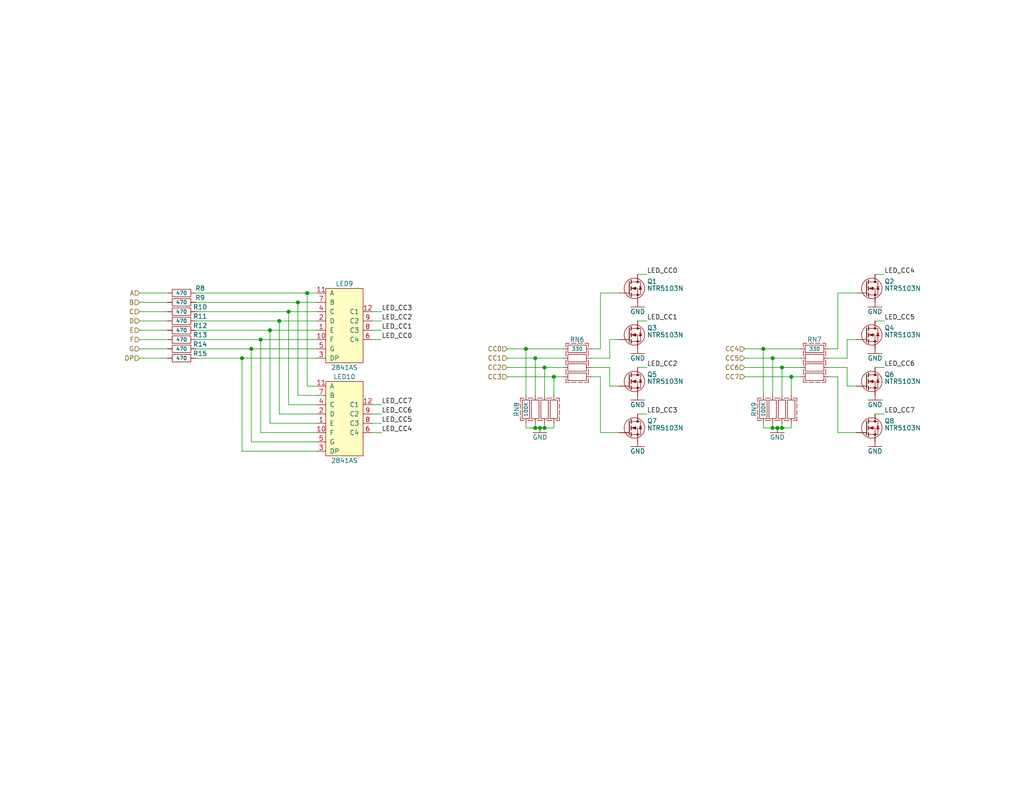
<source format=kicad_sch>
(kicad_sch (version 20231120) (generator "eeschema") (generator_version "8.0")
  (paper "USLetter")
  (title_block (date "2024-07-08") (rev "1"))
  (lib_symbols
    (symbol "ataradov_led:2841AS" (pin_names (offset 1.016))
      (property "Reference" "LED" (at 0 10.16 0))
      (property "Value" "2841AS" (at 0 -12.7 0))
      (symbol "2841AS_1_1"
        (rectangle (start -5.08 8.89) (end 5.08 -11.43) (fill (type background)))
        (pin passive line (at -7.62 -2.54 0) (length 2.54) (name "E") (number "1"))
        (pin passive line (at -7.62 -5.08 0) (length 2.54) (name "F") (number "10"))
        (pin passive line (at -7.62 7.62 0) (length 2.54) (name "A") (number "11"))
        (pin passive line (at 7.62 2.54 180) (length 2.54) (name "C1") (number "12"))
        (pin passive line (at -7.62 0 0) (length 2.54) (name "D") (number "2"))
        (pin passive line (at -7.62 -10.16 0) (length 2.54) (name "DP") (number "3"))
        (pin passive line (at -7.62 2.54 0) (length 2.54) (name "C") (number "4"))
        (pin passive line (at -7.62 -7.62 0) (length 2.54) (name "G") (number "5"))
        (pin passive line (at 7.62 -5.08 180) (length 2.54) (name "C4") (number "6"))
        (pin passive line (at -7.62 5.08 0) (length 2.54) (name "B") (number "7"))
        (pin passive line (at 7.62 -2.54 180) (length 2.54) (name "C3") (number "8"))
        (pin passive line (at 7.62 0 180) (length 2.54) (name "C2") (number "9"))
      )
    )
    (symbol "ataradov_pwr:GND" (power) (pin_names (offset 0))
      (property "Value" "GND" (at 0 -2.54 0))
      (symbol "GND_0_1"
        (polyline (pts (xy -1.905 -1.27) (xy 1.905 -1.27)))
        (polyline (pts (xy 0 0) (xy 0 -1.27)))
      )
      (symbol "GND_1_1"
        (pin power_in line (at 0 0 270) (length 0) hide (name "GND") (number "1"))
      )
    )
    (symbol "ataradov_rlc:R" (pin_numbers hide) (pin_names hide)
      (property "Reference" "R?" (at 0 2.032 0))
      (property "Value" "R" (at 0 0 0))
      (symbol "R_0_1"
        (rectangle (start -2.54 1.016) (end 2.54 -1.016))
      )
      (symbol "R_1_1"
        (pin passive line (at -3.81 0 0) (length 1.27) (name "1") (number "1"))
        (pin passive line (at 3.81 0 180) (length 1.27) (name "2") (number "2"))
      )
    )
    (symbol "ataradov_rlc:RN-4" (pin_numbers hide) (pin_names hide)
      (property "Reference" "RN?" (at 0 5.08 0))
      (property "Value" "RN-4" (at 0 2.54 0))
      (symbol "RN-4_0_1"
        (rectangle (start -2.54 -4.064) (end 2.54 -6.096))
        (rectangle (start -2.54 -1.524) (end 2.54 -3.556))
        (rectangle (start -2.54 1.016) (end 2.54 -1.016))
        (rectangle (start -2.54 3.556) (end 2.54 1.524))
        (polyline (pts (xy -3.048 -3.048) (xy -3.048 -4.572)))
        (polyline (pts (xy -3.048 -0.508) (xy -3.048 -2.032)))
        (polyline (pts (xy -3.048 2.032) (xy -3.048 0.508)))
        (polyline (pts (xy -3.048 4.064) (xy -3.048 3.048)))
        (polyline (pts (xy -3.048 4.064) (xy -2.032 4.064)))
        (polyline (pts (xy -1.524 -6.604) (xy -0.254 -6.604)))
        (polyline (pts (xy -1.524 4.064) (xy -0.254 4.064)))
        (polyline (pts (xy 0.254 4.064) (xy 1.524 4.064)))
        (polyline (pts (xy 1.524 -6.604) (xy 0.254 -6.604)))
        (polyline (pts (xy 2.032 4.064) (xy 3.048 4.064)))
        (polyline (pts (xy 3.048 -3.048) (xy 3.048 -4.572)))
        (polyline (pts (xy 3.048 -0.508) (xy 3.048 -2.032)))
        (polyline (pts (xy 3.048 2.032) (xy 3.048 0.508)))
        (polyline (pts (xy 3.048 4.064) (xy 3.048 3.048)))
        (polyline (pts (xy -3.048 -5.588) (xy -3.048 -6.604) (xy -2.032 -6.604)))
        (polyline (pts (xy 3.048 -5.588) (xy 3.048 -6.604) (xy 2.032 -6.604)))
      )
      (symbol "RN-4_1_1"
        (pin passive line (at -3.81 2.54 0) (length 1.27) (name "1") (number "1"))
        (pin passive line (at -3.81 0 0) (length 1.27) (name "2") (number "2"))
        (pin passive line (at -3.81 -2.54 0) (length 1.27) (name "3") (number "3"))
        (pin passive line (at -3.81 -5.08 0) (length 1.27) (name "4") (number "4"))
        (pin passive line (at 3.81 -5.08 180) (length 1.27) (name "5") (number "5"))
        (pin passive line (at 3.81 -2.54 180) (length 1.27) (name "6") (number "6"))
        (pin passive line (at 3.81 0 180) (length 1.27) (name "7") (number "7"))
        (pin passive line (at 3.81 2.54 180) (length 1.27) (name "8") (number "8"))
      )
    )
    (symbol "ataradov_semi:NTR5103N" (pin_numbers hide) (pin_names hide)
      (property "Reference" "Q" (at 5.08 1.905 0))
      (property "Value" "NTR5103N" (at 5.08 0 0))
      (symbol "NTR5103N_0_1"
        (polyline (pts (xy 0.254 1.905) (xy 0.254 -1.905)) (stroke (width 0.254)))
        (polyline (pts (xy 0.762 -1.27) (xy 0.762 -2.286)) (stroke (width 0.254)))
        (polyline (pts (xy 0.762 0.508) (xy 0.762 -0.508)) (stroke (width 0.254)))
        (polyline (pts (xy 0.762 2.286) (xy 0.762 1.27)) (stroke (width 0.254)))
        (polyline (pts (xy 2.54 2.54) (xy 2.54 1.778)))
        (polyline (pts (xy 2.921 0.4572) (xy 3.683 0.4572)))
        (polyline (pts (xy 2.54 -2.54) (xy 2.54 0) (xy 0.762 0)))
        (polyline (pts (xy 0.762 -1.778) (xy 3.302 -1.778) (xy 3.302 1.778) (xy 0.762 1.778)))
        (polyline (pts (xy 1.016 0) (xy 2.032 0.381) (xy 2.032 -0.381) (xy 1.016 0)) (fill (type outline)))
        (polyline (pts (xy 3.302 0.381) (xy 2.921 -0.254) (xy 3.683 -0.254) (xy 3.302 0.381)) (fill (type outline)))
        (circle (center 1.651 0) (radius 2.794))
        (circle (center 2.54 -1.778) (radius 0.254) (fill (type outline)))
        (circle (center 2.54 1.778) (radius 0.254) (fill (type outline)))
      )
      (symbol "NTR5103N_1_1"
        (pin input line (at -2.54 -1.27 0) (length 2.794) (name "G") (number "1"))
        (pin passive line (at 2.54 -3.81 90) (length 1.27) (name "S") (number "2"))
        (pin passive line (at 2.54 3.81 270) (length 1.27) (name "D") (number "3"))
      )
    )
  )
  (junction (at 213.36 116.84))
  (junction (at 76.2 87.63))
  (junction (at 212.09 116.84))
  (junction (at 73.66 90.17))
  (junction (at 66.04 97.79))
  (junction (at 215.9 102.87))
  (junction (at 213.36 100.33))
  (junction (at 146.05 116.84))
  (junction (at 147.32 116.84))
  (junction (at 208.28 95.25))
  (junction (at 148.59 116.84))
  (junction (at 151.13 102.87))
  (junction (at 143.51 95.25))
  (junction (at 146.05 97.79))
  (junction (at 71.12 92.71))
  (junction (at 210.82 97.79))
  (junction (at 78.74 85.09))
  (junction (at 68.58 95.25))
  (junction (at 210.82 116.84))
  (junction (at 83.82 80.01))
  (junction (at 148.59 100.33))
  (junction (at 81.28 82.55))
  (wire (pts (xy 163.83 118.11) (xy 168.91 118.11)))
  (wire (pts (xy 226.06 102.87) (xy 228.6 102.87)))
  (wire (pts (xy 146.05 116.84) (xy 147.32 116.84)))
  (wire (pts (xy 147.32 116.84) (xy 148.59 116.84)))
  (wire (pts (xy 231.14 100.33) (xy 231.14 105.41)))
  (wire (pts (xy 101.6 115.57) (xy 104.14 115.57)))
  (wire (pts (xy 228.6 118.11) (xy 233.68 118.11)))
  (wire (pts (xy 53.34 95.25) (xy 68.58 95.25)))
  (wire (pts (xy 53.34 87.63) (xy 76.2 87.63)))
  (wire (pts (xy 231.14 92.71) (xy 233.68 92.71)))
  (wire (pts (xy 86.36 123.19) (xy 66.04 123.19)))
  (wire (pts (xy 71.12 92.71) (xy 86.36 92.71)))
  (wire (pts (xy 173.99 87.63) (xy 176.53 87.63)))
  (wire (pts (xy 163.83 102.87) (xy 163.83 118.11)))
  (wire (pts (xy 151.13 102.87) (xy 151.13 107.95)))
  (wire (pts (xy 38.1 90.17) (xy 45.72 90.17)))
  (wire (pts (xy 238.76 74.93) (xy 241.3 74.93)))
  (wire (pts (xy 53.34 85.09) (xy 78.74 85.09)))
  (wire (pts (xy 166.37 100.33) (xy 166.37 105.41)))
  (wire (pts (xy 143.51 116.84) (xy 146.05 116.84)))
  (wire (pts (xy 53.34 90.17) (xy 73.66 90.17)))
  (wire (pts (xy 138.43 102.87) (xy 151.13 102.87)))
  (wire (pts (xy 81.28 82.55) (xy 86.36 82.55)))
  (wire (pts (xy 215.9 115.57) (xy 215.9 116.84)))
  (wire (pts (xy 146.05 115.57) (xy 146.05 116.84)))
  (wire (pts (xy 146.05 97.79) (xy 146.05 107.95)))
  (wire (pts (xy 53.34 92.71) (xy 71.12 92.71)))
  (wire (pts (xy 166.37 97.79) (xy 166.37 92.71)))
  (wire (pts (xy 146.05 97.79) (xy 153.67 97.79)))
  (wire (pts (xy 86.36 107.95) (xy 81.28 107.95)))
  (wire (pts (xy 138.43 100.33) (xy 148.59 100.33)))
  (wire (pts (xy 73.66 115.57) (xy 73.66 90.17)))
  (wire (pts (xy 213.36 115.57) (xy 213.36 116.84)))
  (wire (pts (xy 68.58 95.25) (xy 86.36 95.25)))
  (wire (pts (xy 148.59 116.84) (xy 151.13 116.84)))
  (wire (pts (xy 210.82 97.79) (xy 210.82 107.95)))
  (wire (pts (xy 73.66 90.17) (xy 86.36 90.17)))
  (wire (pts (xy 148.59 100.33) (xy 153.67 100.33)))
  (wire (pts (xy 86.36 120.65) (xy 68.58 120.65)))
  (wire (pts (xy 101.6 87.63) (xy 104.14 87.63)))
  (wire (pts (xy 148.59 115.57) (xy 148.59 116.84)))
  (wire (pts (xy 138.43 95.25) (xy 143.51 95.25)))
  (wire (pts (xy 53.34 82.55) (xy 81.28 82.55)))
  (wire (pts (xy 226.06 95.25) (xy 228.6 95.25)))
  (wire (pts (xy 76.2 87.63) (xy 86.36 87.63)))
  (wire (pts (xy 213.36 100.33) (xy 213.36 107.95)))
  (wire (pts (xy 210.82 116.84) (xy 212.09 116.84)))
  (wire (pts (xy 143.51 95.25) (xy 143.51 107.95)))
  (wire (pts (xy 163.83 80.01) (xy 168.91 80.01)))
  (wire (pts (xy 78.74 85.09) (xy 86.36 85.09)))
  (wire (pts (xy 161.29 95.25) (xy 163.83 95.25)))
  (wire (pts (xy 83.82 80.01) (xy 86.36 80.01)))
  (wire (pts (xy 71.12 92.71) (xy 71.12 118.11)))
  (wire (pts (xy 166.37 92.71) (xy 168.91 92.71)))
  (wire (pts (xy 101.6 118.11) (xy 104.14 118.11)))
  (wire (pts (xy 101.6 92.71) (xy 104.14 92.71)))
  (wire (pts (xy 210.82 115.57) (xy 210.82 116.84)))
  (wire (pts (xy 238.76 113.03) (xy 241.3 113.03)))
  (wire (pts (xy 215.9 102.87) (xy 218.44 102.87)))
  (wire (pts (xy 86.36 110.49) (xy 78.74 110.49)))
  (wire (pts (xy 151.13 102.87) (xy 153.67 102.87)))
  (wire (pts (xy 173.99 100.33) (xy 176.53 100.33)))
  (wire (pts (xy 215.9 102.87) (xy 215.9 107.95)))
  (wire (pts (xy 203.2 102.87) (xy 215.9 102.87)))
  (wire (pts (xy 53.34 97.79) (xy 66.04 97.79)))
  (wire (pts (xy 161.29 97.79) (xy 166.37 97.79)))
  (wire (pts (xy 238.76 87.63) (xy 241.3 87.63)))
  (wire (pts (xy 228.6 80.01) (xy 233.68 80.01)))
  (wire (pts (xy 173.99 74.93) (xy 176.53 74.93)))
  (wire (pts (xy 53.34 80.01) (xy 83.82 80.01)))
  (wire (pts (xy 38.1 92.71) (xy 45.72 92.71)))
  (wire (pts (xy 203.2 100.33) (xy 213.36 100.33)))
  (wire (pts (xy 101.6 90.17) (xy 104.14 90.17)))
  (wire (pts (xy 161.29 100.33) (xy 166.37 100.33)))
  (wire (pts (xy 226.06 100.33) (xy 231.14 100.33)))
  (wire (pts (xy 203.2 97.79) (xy 210.82 97.79)))
  (wire (pts (xy 101.6 110.49) (xy 104.14 110.49)))
  (wire (pts (xy 238.76 100.33) (xy 241.3 100.33)))
  (wire (pts (xy 143.51 95.25) (xy 153.67 95.25)))
  (wire (pts (xy 138.43 97.79) (xy 146.05 97.79)))
  (wire (pts (xy 38.1 80.01) (xy 45.72 80.01)))
  (wire (pts (xy 101.6 113.03) (xy 104.14 113.03)))
  (wire (pts (xy 66.04 123.19) (xy 66.04 97.79)))
  (wire (pts (xy 213.36 116.84) (xy 215.9 116.84)))
  (wire (pts (xy 38.1 82.55) (xy 45.72 82.55)))
  (wire (pts (xy 68.58 120.65) (xy 68.58 95.25)))
  (wire (pts (xy 210.82 97.79) (xy 218.44 97.79)))
  (wire (pts (xy 66.04 97.79) (xy 86.36 97.79)))
  (wire (pts (xy 213.36 100.33) (xy 218.44 100.33)))
  (wire (pts (xy 81.28 107.95) (xy 81.28 82.55)))
  (wire (pts (xy 208.28 115.57) (xy 208.28 116.84)))
  (wire (pts (xy 86.36 115.57) (xy 73.66 115.57)))
  (wire (pts (xy 86.36 118.11) (xy 71.12 118.11)))
  (wire (pts (xy 83.82 80.01) (xy 83.82 105.41)))
  (wire (pts (xy 78.74 110.49) (xy 78.74 85.09)))
  (wire (pts (xy 173.99 113.03) (xy 176.53 113.03)))
  (wire (pts (xy 76.2 87.63) (xy 76.2 113.03)))
  (wire (pts (xy 231.14 105.41) (xy 233.68 105.41)))
  (wire (pts (xy 143.51 115.57) (xy 143.51 116.84)))
  (wire (pts (xy 161.29 102.87) (xy 163.83 102.87)))
  (wire (pts (xy 228.6 80.01) (xy 228.6 95.25)))
  (wire (pts (xy 38.1 87.63) (xy 45.72 87.63)))
  (wire (pts (xy 38.1 97.79) (xy 45.72 97.79)))
  (wire (pts (xy 203.2 95.25) (xy 208.28 95.25)))
  (wire (pts (xy 38.1 85.09) (xy 45.72 85.09)))
  (wire (pts (xy 208.28 95.25) (xy 218.44 95.25)))
  (wire (pts (xy 163.83 80.01) (xy 163.83 95.25)))
  (wire (pts (xy 86.36 113.03) (xy 76.2 113.03)))
  (wire (pts (xy 228.6 102.87) (xy 228.6 118.11)))
  (wire (pts (xy 231.14 97.79) (xy 231.14 92.71)))
  (wire (pts (xy 101.6 85.09) (xy 104.14 85.09)))
  (wire (pts (xy 226.06 97.79) (xy 231.14 97.79)))
  (wire (pts (xy 208.28 95.25) (xy 208.28 107.95)))
  (wire (pts (xy 38.1 95.25) (xy 45.72 95.25)))
  (wire (pts (xy 151.13 115.57) (xy 151.13 116.84)))
  (wire (pts (xy 208.28 116.84) (xy 210.82 116.84)))
  (wire (pts (xy 148.59 100.33) (xy 148.59 107.95)))
  (wire (pts (xy 212.09 116.84) (xy 213.36 116.84)))
  (wire (pts (xy 86.36 105.41) (xy 83.82 105.41)))
  (wire (pts (xy 166.37 105.41) (xy 168.91 105.41)))
  (label "LED_CC0" (at 104.14 92.71 0))
  (label "LED_CC7" (at 104.14 110.49 0))
  (label "LED_CC3" (at 104.14 85.09 0))
  (label "LED_CC7" (at 241.3 113.03 0))
  (label "LED_CC5" (at 104.14 115.57 0))
  (label "LED_CC6" (at 241.3 100.33 0))
  (label "LED_CC6" (at 104.14 113.03 0))
  (label "LED_CC1" (at 176.53 87.63 0))
  (label "LED_CC4" (at 241.3 74.93 0))
  (label "LED_CC2" (at 104.14 87.63 0))
  (label "LED_CC1" (at 104.14 90.17 0))
  (label "LED_CC2" (at 176.53 100.33 0))
  (label "LED_CC4" (at 104.14 118.11 0))
  (label "LED_CC5" (at 241.3 87.63 0))
  (label "LED_CC3" (at 176.53 113.03 0))
  (label "LED_CC0" (at 176.53 74.93 0))
  (hierarchical_label "CC6" (shape input) (at 203.2 100.33 180))
  (hierarchical_label "CC0" (shape input) (at 138.43 95.25 180))
  (hierarchical_label "C" (shape input) (at 38.1 85.09 180))
  (hierarchical_label "A" (shape input) (at 38.1 80.01 180))
  (hierarchical_label "G" (shape input) (at 38.1 95.25 180))
  (hierarchical_label "CC3" (shape input) (at 138.43 102.87 180))
  (hierarchical_label "CC7" (shape input) (at 203.2 102.87 180))
  (hierarchical_label "CC2" (shape input) (at 138.43 100.33 180))
  (hierarchical_label "DP" (shape input) (at 38.1 97.79 180))
  (hierarchical_label "CC4" (shape input) (at 203.2 95.25 180))
  (hierarchical_label "F" (shape input) (at 38.1 92.71 180))
  (hierarchical_label "B" (shape input) (at 38.1 82.55 180))
  (hierarchical_label "D" (shape input) (at 38.1 87.63 180))
  (hierarchical_label "E" (shape input) (at 38.1 90.17 180))
  (hierarchical_label "CC5" (shape input) (at 203.2 97.79 180))
  (hierarchical_label "CC1" (shape input) (at 138.43 97.79 180))
  (symbol (lib_id "ataradov_rlc:R") (at 49.53 80.01 0) (unit 1)
    (property "Reference" "R8" (at 54.61 78.74 0))
    (property "Value" "470" (at 49.53 80.01 0) (effects (font (size 1.016 1.016))))
    (property "Footprint" "ataradov_smd:0603" (effects (hide yes)))
  )
  (symbol (lib_id "ataradov_pwr:GND") (at 238.76 120.65 0) (unit 1)
    (property "Reference" "#PWR088" (effects (hide yes)))
    (property "Value" "GND" (at 238.76 123.19 0))
  )
  (symbol (lib_id "ataradov_rlc:RN-4") (at 210.82 111.76 90) (unit 1)
    (property "Reference" "RN9" (at 205.74 111.76 0))
    (property "Value" "100K" (at 208.28 111.76 0) (effects (font (size 1.016 1.016))))
    (property "Footprint" "ataradov_smd:0603x4" (effects (hide yes)))
  )
  (symbol (lib_id "ataradov_pwr:GND") (at 173.99 120.65 0) (unit 1)
    (property "Reference" "#PWR087" (effects (hide yes)))
    (property "Value" "GND" (at 173.99 123.19 0))
  )
  (symbol (lib_id "ataradov_semi:NTR5103N") (at 236.22 78.74 0) (unit 1)
    (property "Reference" "Q2" (at 241.3 76.835 0) (effects (justify left)))
    (property "Value" "NTR5103N" (at 241.3 78.74 0) (effects (justify left)))
    (property "Footprint" "ataradov_ic:SOT-23" (effects (hide yes)))
  )
  (symbol (lib_id "ataradov_pwr:GND") (at 238.76 107.95 0) (unit 1)
    (property "Reference" "#PWR084" (effects (hide yes)))
    (property "Value" "GND" (at 238.76 110.49 0))
  )
  (symbol (lib_id "ataradov_pwr:GND") (at 238.76 95.25 0) (unit 1)
    (property "Reference" "#PWR082" (effects (hide yes)))
    (property "Value" "GND" (at 238.76 97.79 0))
  )
  (symbol (lib_id "ataradov_semi:NTR5103N") (at 171.45 78.74 0) (unit 1)
    (property "Reference" "Q1" (at 176.53 76.835 0) (effects (justify left)))
    (property "Value" "NTR5103N" (at 176.53 78.74 0) (effects (justify left)))
    (property "Footprint" "ataradov_ic:SOT-23" (effects (hide yes)))
  )
  (symbol (lib_id "ataradov_rlc:R") (at 49.53 95.25 0) (unit 1)
    (property "Reference" "R14" (at 54.61 93.98 0))
    (property "Value" "470" (at 49.53 95.25 0) (effects (font (size 1.016 1.016))))
    (property "Footprint" "ataradov_smd:0603" (effects (hide yes)))
  )
  (symbol (lib_id "ataradov_led:2841AS") (at 93.98 113.03 0) (unit 1)
    (property "Reference" "LED10" (at 93.98 102.87 0))
    (property "Value" "2841AS" (at 93.98 125.73 0))
    (property "Footprint" "ataradov_led:2841AS" (effects (hide yes)))
  )
  (symbol (lib_id "ataradov_rlc:R") (at 49.53 85.09 0) (unit 1)
    (property "Reference" "R10" (at 54.61 83.82 0))
    (property "Value" "470" (at 49.53 85.09 0) (effects (font (size 1.016 1.016))))
    (property "Footprint" "ataradov_smd:0603" (effects (hide yes)))
  )
  (symbol (lib_id "ataradov_semi:NTR5103N") (at 171.45 104.14 0) (unit 1)
    (property "Reference" "Q5" (at 176.53 102.235 0) (effects (justify left)))
    (property "Value" "NTR5103N" (at 176.53 104.14 0) (effects (justify left)))
    (property "Footprint" "ataradov_ic:SOT-23" (effects (hide yes)))
  )
  (symbol (lib_id "ataradov_rlc:R") (at 49.53 82.55 0) (unit 1)
    (property "Reference" "R9" (at 54.61 81.28 0))
    (property "Value" "470" (at 49.53 82.55 0) (effects (font (size 1.016 1.016))))
    (property "Footprint" "ataradov_smd:0603" (effects (hide yes)))
  )
  (symbol (lib_id "ataradov_semi:NTR5103N") (at 236.22 104.14 0) (unit 1)
    (property "Reference" "Q6" (at 241.3 102.235 0) (effects (justify left)))
    (property "Value" "NTR5103N" (at 241.3 104.14 0) (effects (justify left)))
    (property "Footprint" "ataradov_ic:SOT-23" (effects (hide yes)))
  )
  (symbol (lib_id "ataradov_rlc:R") (at 49.53 87.63 0) (unit 1)
    (property "Reference" "R11" (at 54.61 86.36 0))
    (property "Value" "470" (at 49.53 87.63 0) (effects (font (size 1.016 1.016))))
    (property "Footprint" "ataradov_smd:0603" (effects (hide yes)))
  )
  (symbol (lib_id "ataradov_pwr:GND") (at 173.99 82.55 0) (unit 1)
    (property "Reference" "#PWR079" (effects (hide yes)))
    (property "Value" "GND" (at 173.99 85.09 0))
  )
  (symbol (lib_id "ataradov_rlc:RN-4") (at 157.48 97.79 0) (unit 1)
    (property "Reference" "RN6" (at 157.48 92.71 0))
    (property "Value" "330" (at 157.48 95.25 0) (effects (font (size 1.016 1.016))))
    (property "Footprint" "ataradov_smd:0603x4" (effects (hide yes)))
  )
  (symbol (lib_id "ataradov_rlc:RN-4") (at 146.05 111.76 90) (unit 1)
    (property "Reference" "RN8" (at 140.97 111.76 0))
    (property "Value" "100K" (at 143.51 111.76 0) (effects (font (size 1.016 1.016))))
    (property "Footprint" "ataradov_smd:0603x4" (effects (hide yes)))
  )
  (symbol (lib_id "ataradov_rlc:R") (at 49.53 90.17 0) (unit 1)
    (property "Reference" "R12" (at 54.61 88.9 0))
    (property "Value" "470" (at 49.53 90.17 0) (effects (font (size 1.016 1.016))))
    (property "Footprint" "ataradov_smd:0603" (effects (hide yes)))
  )
  (symbol (lib_id "ataradov_led:2841AS") (at 93.98 87.63 0) (unit 1)
    (property "Reference" "LED9" (at 93.98 77.47 0))
    (property "Value" "2841AS" (at 93.98 100.33 0))
    (property "Footprint" "ataradov_led:2841AS" (effects (hide yes)))
  )
  (symbol (lib_id "ataradov_rlc:R") (at 49.53 92.71 0) (unit 1)
    (property "Reference" "R13" (at 54.61 91.44 0))
    (property "Value" "470" (at 49.53 92.71 0) (effects (font (size 1.016 1.016))))
    (property "Footprint" "ataradov_smd:0603" (effects (hide yes)))
  )
  (symbol (lib_id "ataradov_pwr:GND") (at 147.32 116.84 0) (unit 1)
    (property "Reference" "#PWR085" (effects (hide yes)))
    (property "Value" "GND" (at 147.32 119.38 0))
  )
  (symbol (lib_id "ataradov_semi:NTR5103N") (at 236.22 91.44 0) (unit 1)
    (property "Reference" "Q4" (at 241.3 89.535 0) (effects (justify left)))
    (property "Value" "NTR5103N" (at 241.3 91.44 0) (effects (justify left)))
    (property "Footprint" "ataradov_ic:SOT-23" (effects (hide yes)))
  )
  (symbol (lib_id "ataradov_semi:NTR5103N") (at 236.22 116.84 0) (unit 1)
    (property "Reference" "Q8" (at 241.3 114.935 0) (effects (justify left)))
    (property "Value" "NTR5103N" (at 241.3 116.84 0) (effects (justify left)))
    (property "Footprint" "ataradov_ic:SOT-23" (effects (hide yes)))
  )
  (symbol (lib_id "ataradov_pwr:GND") (at 238.76 82.55 0) (unit 1)
    (property "Reference" "#PWR080" (effects (hide yes)))
    (property "Value" "GND" (at 238.76 85.09 0))
  )
  (symbol (lib_id "ataradov_semi:NTR5103N") (at 171.45 116.84 0) (unit 1)
    (property "Reference" "Q7" (at 176.53 114.935 0) (effects (justify left)))
    (property "Value" "NTR5103N" (at 176.53 116.84 0) (effects (justify left)))
    (property "Footprint" "ataradov_ic:SOT-23" (effects (hide yes)))
  )
  (symbol (lib_id "ataradov_rlc:RN-4") (at 222.25 97.79 0) (unit 1)
    (property "Reference" "RN7" (at 222.25 92.71 0))
    (property "Value" "330" (at 222.25 95.25 0) (effects (font (size 1.016 1.016))))
    (property "Footprint" "ataradov_smd:0603x4" (effects (hide yes)))
  )
  (symbol (lib_id "ataradov_rlc:R") (at 49.53 97.79 0) (unit 1)
    (property "Reference" "R15" (at 54.61 96.52 0))
    (property "Value" "470" (at 49.53 97.79 0) (effects (font (size 1.016 1.016))))
    (property "Footprint" "ataradov_smd:0603" (effects (hide yes)))
  )
  (symbol (lib_id "ataradov_pwr:GND") (at 212.09 116.84 0) (unit 1)
    (property "Reference" "#PWR086" (effects (hide yes)))
    (property "Value" "GND" (at 212.09 119.38 0))
  )
  (symbol (lib_id "ataradov_pwr:GND") (at 173.99 95.25 0) (unit 1)
    (property "Reference" "#PWR081" (effects (hide yes)))
    (property "Value" "GND" (at 173.99 97.79 0))
  )
  (symbol (lib_id "ataradov_semi:NTR5103N") (at 171.45 91.44 0) (unit 1)
    (property "Reference" "Q3" (at 176.53 89.535 0) (effects (justify left)))
    (property "Value" "NTR5103N" (at 176.53 91.44 0) (effects (justify left)))
    (property "Footprint" "ataradov_ic:SOT-23" (effects (hide yes)))
  )
  (symbol (lib_id "ataradov_pwr:GND") (at 173.99 107.95 0) (unit 1)
    (property "Reference" "#PWR083" (effects (hide yes)))
    (property "Value" "GND" (at 173.99 110.49 0))
  )
)
</source>
